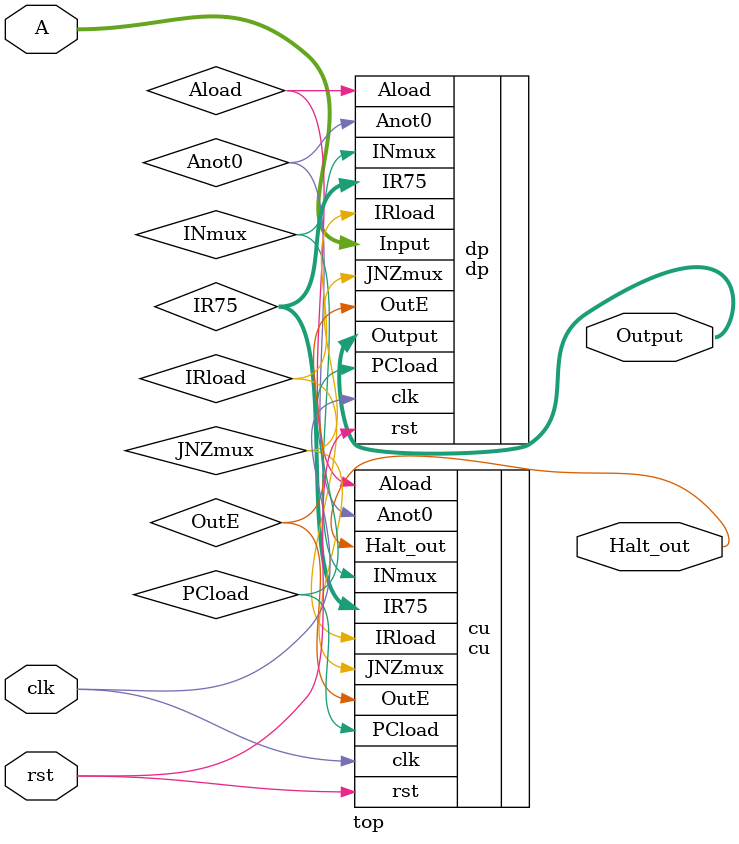
<source format=v>
`include "dp.v"
`include "cu.v"
module top (
    input clk,rst,
    input [7:0] A,
    output [7:0] Output,
    output Halt_out
);
    wire IRload,PCload,JNZmux,OutE,Aload,INmux;
    wire [2:0] IR75;
    wire Anot0;
    dp dp (
        .clk(clk),
        .rst(rst),
        .IRload(IRload),
        .PCload(PCload),
        .JNZmux(JNZmux),
        .OutE(OutE),
        .Aload(Aload),
        .INmux(INmux),
        .Input(A),
        .IR75(IR75),
        .Anot0(Anot0),
        .Output(Output));
    cu cu (
        .clk(clk),
        .rst(rst),
        .IR75(IR75),
        .Anot0(Anot0),
        .IRload(IRload),
        .PCload(PCload),
        .JNZmux(JNZmux),
        .Halt_out(Halt_out),
        .OutE(OutE),
        .Aload(Aload),
        .INmux(INmux));
endmodule
</source>
